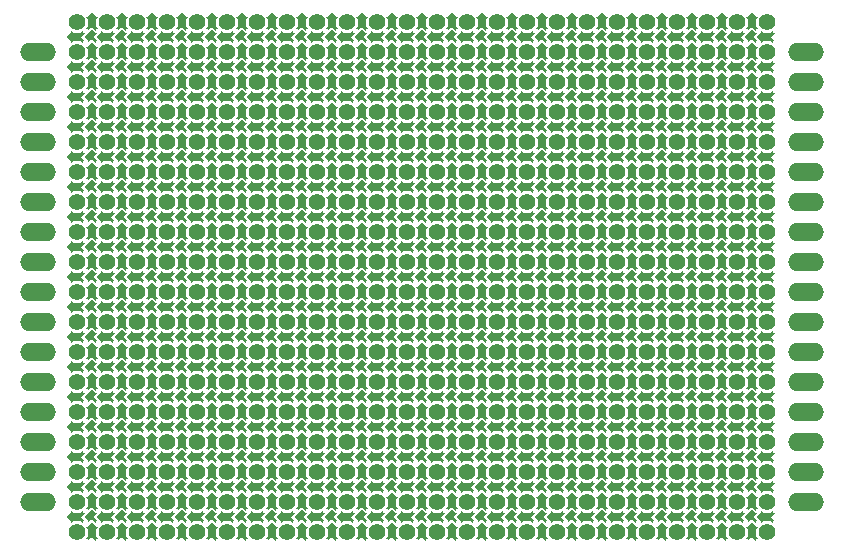
<source format=gbr>
G04 #@! TF.GenerationSoftware,KiCad,Pcbnew,9.0.1*
G04 #@! TF.CreationDate,2025-05-07T00:14:45-04:00*
G04 #@! TF.ProjectId,matrix-protoboard_18x24,6d617472-6978-42d7-9072-6f746f626f61,rev?*
G04 #@! TF.SameCoordinates,Original*
G04 #@! TF.FileFunction,Copper,L1,Top*
G04 #@! TF.FilePolarity,Positive*
%FSLAX46Y46*%
G04 Gerber Fmt 4.6, Leading zero omitted, Abs format (unit mm)*
G04 Created by KiCad (PCBNEW 9.0.1) date 2025-05-07 00:14:45*
%MOMM*%
%LPD*%
G01*
G04 APERTURE LIST*
G04 Aperture macros list*
%AMFreePoly0*
4,1,38,0.000354,0.765354,0.325208,0.440500,0.550000,0.440500,0.550354,0.440354,0.550500,0.440000,0.550354,0.439646,0.350500,0.239792,0.350500,-0.359792,0.550354,-0.559646,0.550500,-0.560000,0.550354,-0.560354,0.550000,-0.560500,0.338500,-0.560500,0.338500,-0.763000,0.338354,-0.763354,0.338000,-0.763500,0.337646,-0.763354,-0.000208,-0.425500,-0.009792,-0.425500,-0.347646,-0.763354,
-0.348000,-0.763500,-0.348354,-0.763354,-0.348500,-0.763000,-0.348500,-0.560500,-0.550000,-0.560500,-0.550354,-0.560354,-0.550500,-0.560000,-0.550354,-0.559646,-0.350500,-0.359792,-0.350500,0.239792,-0.550354,0.439646,-0.550500,0.440000,-0.550354,0.440354,-0.550000,0.440500,-0.325208,0.440500,-0.000354,0.765354,0.000000,0.765500,0.000354,0.765354,0.000354,0.765354,$1*%
%AMFreePoly1*
4,1,28,0.060354,0.560354,0.357208,0.263500,0.583000,0.263500,0.583354,0.263354,0.583500,0.263000,0.583354,0.262646,0.235708,-0.085000,0.582354,-0.431646,0.582500,-0.432000,0.582354,-0.432354,0.582000,-0.432500,0.407500,-0.432500,0.407500,-0.607000,0.407354,-0.607354,0.407000,-0.607500,0.406646,-0.607354,0.060000,-0.260708,-0.287646,-0.608354,-0.288000,-0.608500,-0.288354,-0.608354,
-0.288500,-0.608000,-0.288500,-0.382208,-0.585354,-0.085354,-0.585500,-0.085000,-0.585354,-0.084646,0.059646,0.560354,0.060000,0.560500,0.060354,0.560354,0.060354,0.560354,$1*%
G04 Aperture macros list end*
G04 #@! TA.AperFunction,SMDPad,CuDef*
%ADD10FreePoly0,0.000000*%
G04 #@! TD*
G04 #@! TA.AperFunction,ComponentPad*
%ADD11C,1.400000*%
G04 #@! TD*
G04 #@! TA.AperFunction,SMDPad,CuDef*
%ADD12FreePoly0,90.000000*%
G04 #@! TD*
G04 #@! TA.AperFunction,SMDPad,CuDef*
%ADD13FreePoly1,0.000000*%
G04 #@! TD*
G04 #@! TA.AperFunction,SMDPad,CuDef*
%ADD14O,3.048000X1.524000*%
G04 #@! TD*
G04 APERTURE END LIST*
D10*
X120550000Y-111790000D03*
D11*
X98960000Y-83910000D03*
D10*
X95150000Y-71150000D03*
D12*
X91280000Y-82640000D03*
D11*
X111660000Y-101690000D03*
D12*
X131920000Y-97880000D03*
D13*
X97630000Y-77475000D03*
D12*
X96360000Y-100420000D03*
D14*
X145442000Y-73740000D03*
D11*
X116740000Y-81370000D03*
D13*
X138270000Y-97795000D03*
D11*
X96420000Y-83910000D03*
D12*
X106520000Y-87720000D03*
X126840000Y-108040000D03*
D13*
X128110000Y-100335000D03*
D11*
X91340000Y-76290000D03*
X104040000Y-106770000D03*
D13*
X87470000Y-95255000D03*
D11*
X83720000Y-106770000D03*
X111660000Y-68670000D03*
D10*
X97690000Y-106710000D03*
D13*
X133190000Y-77475000D03*
D12*
X88740000Y-82640000D03*
X111600000Y-72480000D03*
D11*
X91340000Y-71210000D03*
D12*
X83660000Y-69940000D03*
D11*
X111660000Y-83910000D03*
X93880000Y-111850000D03*
D13*
X110330000Y-102875000D03*
D10*
X125630000Y-86390000D03*
D13*
X105250000Y-85095000D03*
D11*
X91340000Y-78830000D03*
D10*
X138330000Y-76230000D03*
D11*
X126900000Y-99150000D03*
D10*
X92610000Y-76230000D03*
D12*
X111600000Y-80100000D03*
D11*
X131980000Y-96610000D03*
D10*
X130710000Y-71150000D03*
X95150000Y-101630000D03*
D13*
X87470000Y-69855000D03*
D11*
X129440000Y-91530000D03*
D12*
X86200000Y-75020000D03*
D11*
X111660000Y-86450000D03*
D13*
X125570000Y-100335000D03*
D10*
X110390000Y-104170000D03*
X105310000Y-94010000D03*
D13*
X115410000Y-107955000D03*
D11*
X101500000Y-101690000D03*
D12*
X114140000Y-102960000D03*
X129380000Y-97880000D03*
D10*
X107850000Y-81310000D03*
D13*
X115410000Y-85095000D03*
D11*
X91340000Y-73750000D03*
D10*
X105310000Y-96550000D03*
D13*
X125570000Y-72395000D03*
D10*
X87530000Y-99090000D03*
X112930000Y-83850000D03*
D12*
X93820000Y-69940000D03*
X126840000Y-85180000D03*
D10*
X138330000Y-106710000D03*
D11*
X106580000Y-86450000D03*
D13*
X130650000Y-95255000D03*
X102710000Y-95255000D03*
X117950000Y-77475000D03*
D12*
X106520000Y-77560000D03*
D14*
X80418000Y-104220000D03*
D12*
X129380000Y-77560000D03*
D13*
X125570000Y-102875000D03*
D12*
X93820000Y-75020000D03*
D13*
X120490000Y-105415000D03*
D11*
X93880000Y-68670000D03*
D12*
X142080000Y-110580000D03*
X121760000Y-80100000D03*
D10*
X84990000Y-86390000D03*
X140870000Y-91470000D03*
D11*
X86260000Y-101690000D03*
X139600000Y-96610000D03*
D12*
X121760000Y-75020000D03*
X98900000Y-77560000D03*
D10*
X97690000Y-73690000D03*
X84990000Y-91470000D03*
D12*
X96360000Y-69940000D03*
D13*
X100170000Y-105415000D03*
D12*
X124300000Y-100420000D03*
D13*
X105250000Y-90175000D03*
D10*
X84990000Y-94010000D03*
D12*
X91280000Y-87720000D03*
D13*
X95090000Y-74935000D03*
D12*
X129380000Y-82640000D03*
D11*
X86260000Y-111850000D03*
X93880000Y-86450000D03*
X83720000Y-96610000D03*
D12*
X121760000Y-77560000D03*
X139540000Y-69940000D03*
D13*
X140810000Y-110495000D03*
D11*
X126900000Y-111850000D03*
D10*
X140870000Y-101630000D03*
D12*
X114140000Y-85180000D03*
D13*
X128110000Y-90175000D03*
D12*
X119220000Y-90260000D03*
D10*
X107850000Y-111790000D03*
D11*
X96420000Y-109310000D03*
D13*
X120490000Y-90175000D03*
X120490000Y-82555000D03*
X105250000Y-105415000D03*
X110330000Y-80015000D03*
D11*
X106580000Y-81370000D03*
D10*
X90070000Y-83850000D03*
X120550000Y-104170000D03*
D11*
X126900000Y-81370000D03*
D10*
X128170000Y-111790000D03*
X97690000Y-99090000D03*
D12*
X111600000Y-75020000D03*
D10*
X123090000Y-94010000D03*
D12*
X124300000Y-75020000D03*
D11*
X121820000Y-96610000D03*
X124360000Y-83910000D03*
D10*
X84990000Y-99090000D03*
D12*
X124300000Y-82640000D03*
X129380000Y-87720000D03*
D11*
X101500000Y-104230000D03*
D10*
X105310000Y-83850000D03*
X102770000Y-73690000D03*
D11*
X106580000Y-73750000D03*
D10*
X118010000Y-78770000D03*
D12*
X98900000Y-87720000D03*
D13*
X135730000Y-74935000D03*
D10*
X138330000Y-86390000D03*
D13*
X128110000Y-72395000D03*
X105250000Y-100335000D03*
D10*
X84990000Y-109250000D03*
X112930000Y-96550000D03*
D12*
X83660000Y-110580000D03*
X126840000Y-110580000D03*
D10*
X118010000Y-81310000D03*
D12*
X131920000Y-95340000D03*
D11*
X137060000Y-68670000D03*
X131980000Y-104230000D03*
D10*
X87530000Y-73690000D03*
X133250000Y-99090000D03*
D12*
X137000000Y-77560000D03*
D13*
X100170000Y-107955000D03*
D11*
X114200000Y-96610000D03*
D12*
X106520000Y-105500000D03*
D11*
X83720000Y-104230000D03*
D13*
X92550000Y-100335000D03*
D10*
X135790000Y-83850000D03*
X115470000Y-76230000D03*
D13*
X115410000Y-74935000D03*
D11*
X93880000Y-88990000D03*
D10*
X140870000Y-111790000D03*
D13*
X120490000Y-87635000D03*
X112870000Y-77475000D03*
D10*
X97690000Y-111790000D03*
X105310000Y-71150000D03*
D12*
X88740000Y-87720000D03*
D11*
X91340000Y-86450000D03*
D12*
X116680000Y-82640000D03*
X134460000Y-97880000D03*
D11*
X139600000Y-99150000D03*
D12*
X101440000Y-110580000D03*
D13*
X117950000Y-107955000D03*
D10*
X118010000Y-94010000D03*
D12*
X109060000Y-77560000D03*
X131920000Y-75020000D03*
D10*
X123090000Y-71150000D03*
D11*
X116740000Y-109310000D03*
D10*
X115470000Y-99090000D03*
D12*
X111600000Y-102960000D03*
D10*
X133250000Y-91470000D03*
D14*
X145442000Y-86440000D03*
D11*
X126900000Y-109310000D03*
D12*
X91280000Y-72480000D03*
D11*
X142140000Y-73750000D03*
D13*
X87470000Y-102875000D03*
D11*
X106580000Y-94070000D03*
D14*
X80418000Y-76280000D03*
D12*
X86200000Y-95340000D03*
D10*
X92610000Y-88930000D03*
D12*
X98900000Y-80100000D03*
X106520000Y-80100000D03*
X111600000Y-87720000D03*
X142080000Y-97880000D03*
X116680000Y-105500000D03*
D10*
X115470000Y-86390000D03*
X118010000Y-109250000D03*
X138330000Y-71150000D03*
D12*
X131920000Y-90260000D03*
D13*
X84930000Y-97795000D03*
X95090000Y-107955000D03*
D10*
X112930000Y-106710000D03*
D11*
X116740000Y-91530000D03*
D12*
X134460000Y-92800000D03*
D11*
X142140000Y-104230000D03*
D12*
X106520000Y-100420000D03*
X119220000Y-108040000D03*
D11*
X106580000Y-99150000D03*
D10*
X102770000Y-106710000D03*
D13*
X123030000Y-72395000D03*
D11*
X109120000Y-104230000D03*
X129440000Y-83910000D03*
X114200000Y-91530000D03*
D10*
X102770000Y-81310000D03*
X110390000Y-83850000D03*
D11*
X86260000Y-96610000D03*
D12*
X131920000Y-108040000D03*
D10*
X128170000Y-73690000D03*
D14*
X145442000Y-101680000D03*
D11*
X131980000Y-76290000D03*
X131980000Y-99150000D03*
D10*
X92610000Y-91470000D03*
D13*
X97630000Y-92715000D03*
D11*
X91340000Y-96610000D03*
X98960000Y-106770000D03*
D10*
X95150000Y-68610000D03*
D12*
X96360000Y-105500000D03*
D10*
X95150000Y-96550000D03*
D13*
X110330000Y-92715000D03*
D12*
X91280000Y-69940000D03*
D11*
X96420000Y-91530000D03*
X96420000Y-68670000D03*
X119280000Y-83910000D03*
D12*
X116680000Y-72480000D03*
D10*
X120550000Y-71150000D03*
D13*
X87470000Y-72395000D03*
D12*
X131920000Y-82640000D03*
D10*
X110390000Y-94010000D03*
X107850000Y-88930000D03*
D13*
X123030000Y-85095000D03*
D11*
X104040000Y-71210000D03*
D13*
X84930000Y-105415000D03*
D12*
X124300000Y-85180000D03*
X119220000Y-97880000D03*
D13*
X138270000Y-92715000D03*
D11*
X83720000Y-83910000D03*
X129440000Y-99150000D03*
D13*
X102710000Y-102875000D03*
D10*
X120550000Y-96550000D03*
D12*
X111600000Y-97880000D03*
D11*
X104040000Y-73750000D03*
X109120000Y-81370000D03*
D12*
X137000000Y-90260000D03*
D13*
X107790000Y-87635000D03*
D11*
X114200000Y-99150000D03*
D10*
X118010000Y-71150000D03*
D12*
X93820000Y-97880000D03*
D10*
X95150000Y-99090000D03*
D11*
X124360000Y-73750000D03*
D12*
X101440000Y-108040000D03*
X142080000Y-85180000D03*
D13*
X110330000Y-95255000D03*
X107790000Y-69855000D03*
X140810000Y-74935000D03*
D11*
X98960000Y-68670000D03*
X142140000Y-109310000D03*
D13*
X135730000Y-107955000D03*
D10*
X118010000Y-96550000D03*
D13*
X120490000Y-107955000D03*
X97630000Y-100335000D03*
D10*
X112930000Y-99090000D03*
D12*
X98900000Y-102960000D03*
D13*
X107790000Y-107955000D03*
D10*
X135790000Y-99090000D03*
X87530000Y-111790000D03*
D11*
X121820000Y-106770000D03*
X114200000Y-101690000D03*
D10*
X130710000Y-106710000D03*
X107850000Y-76230000D03*
D12*
X142080000Y-95340000D03*
X86200000Y-80100000D03*
D11*
X119280000Y-99150000D03*
D12*
X139540000Y-105500000D03*
D10*
X105310000Y-73690000D03*
D13*
X128110000Y-92715000D03*
D10*
X102770000Y-109250000D03*
X87530000Y-109250000D03*
X107850000Y-73690000D03*
D11*
X129440000Y-96610000D03*
D10*
X102770000Y-99090000D03*
X123090000Y-106710000D03*
D12*
X124300000Y-108040000D03*
D13*
X105250000Y-77475000D03*
D12*
X101440000Y-95340000D03*
X116680000Y-90260000D03*
X98900000Y-85180000D03*
D13*
X92550000Y-97795000D03*
X107790000Y-74935000D03*
D10*
X128170000Y-101630000D03*
X120550000Y-91470000D03*
D11*
X101500000Y-83910000D03*
D10*
X125630000Y-78770000D03*
D12*
X131920000Y-105500000D03*
X103980000Y-100420000D03*
D11*
X137060000Y-104230000D03*
X142140000Y-94070000D03*
X91340000Y-106770000D03*
D10*
X92610000Y-86390000D03*
D11*
X142140000Y-88990000D03*
X111660000Y-104230000D03*
D10*
X140870000Y-99090000D03*
D13*
X95090000Y-87635000D03*
X138270000Y-110495000D03*
D12*
X91280000Y-75020000D03*
D13*
X138270000Y-72395000D03*
X135730000Y-87635000D03*
D10*
X120550000Y-78770000D03*
D12*
X139540000Y-95340000D03*
X103980000Y-80100000D03*
X101440000Y-87720000D03*
X126840000Y-80100000D03*
D11*
X139600000Y-78830000D03*
D13*
X87470000Y-100335000D03*
X84930000Y-95255000D03*
D12*
X131920000Y-87720000D03*
X109060000Y-85180000D03*
D11*
X126900000Y-71210000D03*
D10*
X87530000Y-71150000D03*
D12*
X98900000Y-82640000D03*
X106520000Y-90260000D03*
X114140000Y-72480000D03*
D13*
X125570000Y-107955000D03*
D11*
X101500000Y-111850000D03*
D10*
X125630000Y-96550000D03*
D12*
X116680000Y-80100000D03*
D13*
X115410000Y-87635000D03*
D12*
X114140000Y-75020000D03*
D10*
X128170000Y-86390000D03*
D11*
X104040000Y-76290000D03*
D13*
X123030000Y-80015000D03*
D11*
X83720000Y-86450000D03*
X116740000Y-99150000D03*
X119280000Y-101690000D03*
D12*
X91280000Y-90260000D03*
D11*
X137060000Y-106770000D03*
D10*
X135790000Y-101630000D03*
D13*
X100170000Y-72395000D03*
D11*
X111660000Y-96610000D03*
X91340000Y-101690000D03*
D10*
X110390000Y-96550000D03*
D11*
X93880000Y-101690000D03*
D13*
X102710000Y-80015000D03*
X138270000Y-77475000D03*
D11*
X119280000Y-71210000D03*
D10*
X112930000Y-86390000D03*
D14*
X80418000Y-96600000D03*
D10*
X95150000Y-86390000D03*
D12*
X139540000Y-97880000D03*
D10*
X115470000Y-83850000D03*
X84990000Y-88930000D03*
D13*
X84930000Y-92715000D03*
D10*
X140870000Y-94010000D03*
D12*
X98900000Y-75020000D03*
D13*
X117950000Y-95255000D03*
D10*
X105310000Y-68610000D03*
X125630000Y-104170000D03*
X92610000Y-73690000D03*
D13*
X84930000Y-102875000D03*
D12*
X88740000Y-69940000D03*
D10*
X133250000Y-71150000D03*
D13*
X100170000Y-80015000D03*
D10*
X112930000Y-91470000D03*
D11*
X98960000Y-91530000D03*
D12*
X139540000Y-90260000D03*
D10*
X140870000Y-78770000D03*
D12*
X86200000Y-105500000D03*
D14*
X80418000Y-71200000D03*
D13*
X90010000Y-80015000D03*
D12*
X116680000Y-92800000D03*
X88740000Y-90260000D03*
X134460000Y-100420000D03*
D13*
X97630000Y-97795000D03*
D11*
X111660000Y-99150000D03*
D10*
X123090000Y-109250000D03*
D11*
X137060000Y-94070000D03*
D10*
X125630000Y-101630000D03*
D12*
X88740000Y-72480000D03*
D11*
X111660000Y-94070000D03*
D10*
X92610000Y-81310000D03*
D11*
X137060000Y-86450000D03*
X106580000Y-71210000D03*
D12*
X91280000Y-97880000D03*
D13*
X90010000Y-87635000D03*
D10*
X107850000Y-94010000D03*
D13*
X117950000Y-97795000D03*
X90010000Y-95255000D03*
D11*
X116740000Y-83910000D03*
D13*
X112870000Y-95255000D03*
D12*
X98900000Y-105500000D03*
D11*
X131980000Y-71210000D03*
D13*
X100170000Y-92715000D03*
D11*
X96420000Y-73750000D03*
D10*
X105310000Y-78770000D03*
X110390000Y-73690000D03*
X120550000Y-109250000D03*
D12*
X142080000Y-82640000D03*
D10*
X125630000Y-109250000D03*
X92610000Y-109250000D03*
X84990000Y-96550000D03*
D11*
X91340000Y-91530000D03*
D13*
X97630000Y-105415000D03*
D12*
X96360000Y-77560000D03*
D11*
X98960000Y-94070000D03*
D10*
X90070000Y-81310000D03*
X107850000Y-109250000D03*
D12*
X96360000Y-110580000D03*
D13*
X133190000Y-92715000D03*
X87470000Y-92715000D03*
D10*
X100230000Y-96550000D03*
X130710000Y-111790000D03*
D13*
X110330000Y-82555000D03*
D11*
X119280000Y-76290000D03*
D13*
X107790000Y-77475000D03*
D11*
X126900000Y-101690000D03*
D13*
X117950000Y-82555000D03*
X130650000Y-105415000D03*
D10*
X125630000Y-111790000D03*
D12*
X91280000Y-102960000D03*
X124300000Y-87720000D03*
X131920000Y-72480000D03*
D13*
X117950000Y-87635000D03*
D10*
X130710000Y-91470000D03*
D11*
X98960000Y-71210000D03*
D13*
X92550000Y-95255000D03*
D11*
X109120000Y-78830000D03*
D10*
X90070000Y-86390000D03*
D13*
X135730000Y-102875000D03*
D10*
X115470000Y-106710000D03*
D12*
X114140000Y-90260000D03*
D11*
X88800000Y-68670000D03*
D10*
X135790000Y-109250000D03*
X140870000Y-104170000D03*
D11*
X139600000Y-86450000D03*
D12*
X96360000Y-92800000D03*
D10*
X105310000Y-76230000D03*
X97690000Y-76230000D03*
D13*
X125570000Y-97795000D03*
D11*
X142140000Y-71210000D03*
D12*
X129380000Y-102960000D03*
X86200000Y-82640000D03*
X121760000Y-105500000D03*
D11*
X106580000Y-111850000D03*
D12*
X103980000Y-77560000D03*
D13*
X133190000Y-95255000D03*
D12*
X98900000Y-95340000D03*
X91280000Y-100420000D03*
D14*
X80418000Y-81360000D03*
D11*
X139600000Y-91530000D03*
D13*
X130650000Y-72395000D03*
X125570000Y-74935000D03*
D10*
X135790000Y-86390000D03*
D12*
X83660000Y-90260000D03*
D11*
X121820000Y-109310000D03*
X83720000Y-73750000D03*
D12*
X111600000Y-105500000D03*
X93820000Y-77560000D03*
D11*
X104040000Y-68670000D03*
X88800000Y-109310000D03*
D10*
X140870000Y-88930000D03*
D11*
X101500000Y-109310000D03*
X134520000Y-68670000D03*
D12*
X139540000Y-82640000D03*
X134460000Y-87720000D03*
D14*
X80418000Y-88980000D03*
D11*
X109120000Y-68670000D03*
D13*
X107790000Y-72395000D03*
D10*
X123090000Y-104170000D03*
D11*
X129440000Y-94070000D03*
X134520000Y-71210000D03*
X137060000Y-81370000D03*
D13*
X87470000Y-110495000D03*
D12*
X116680000Y-97880000D03*
D13*
X112870000Y-97795000D03*
D10*
X115470000Y-111790000D03*
D11*
X111660000Y-73750000D03*
D12*
X103980000Y-85180000D03*
X98900000Y-100420000D03*
D11*
X129440000Y-73750000D03*
D12*
X93820000Y-102960000D03*
D13*
X125570000Y-80015000D03*
D11*
X114200000Y-106770000D03*
D12*
X119220000Y-95340000D03*
D11*
X114200000Y-71210000D03*
D12*
X121760000Y-87720000D03*
X114140000Y-87720000D03*
X88740000Y-75020000D03*
X121760000Y-110580000D03*
D13*
X128110000Y-87635000D03*
X90010000Y-105415000D03*
D11*
X142140000Y-106770000D03*
D10*
X112930000Y-71150000D03*
D12*
X109060000Y-102960000D03*
D10*
X138330000Y-73690000D03*
D12*
X88740000Y-77560000D03*
D11*
X111660000Y-78830000D03*
X142140000Y-68670000D03*
D13*
X92550000Y-107955000D03*
X100170000Y-85095000D03*
D11*
X116740000Y-73750000D03*
D12*
X103980000Y-69940000D03*
D10*
X110390000Y-101630000D03*
D12*
X116680000Y-85180000D03*
D10*
X100230000Y-86390000D03*
D13*
X125570000Y-85095000D03*
D11*
X139600000Y-88990000D03*
D12*
X109060000Y-110580000D03*
D10*
X125630000Y-68610000D03*
D13*
X105250000Y-95255000D03*
D12*
X86200000Y-100420000D03*
X101440000Y-105500000D03*
D11*
X101500000Y-106770000D03*
D12*
X126840000Y-102960000D03*
D10*
X97690000Y-83850000D03*
D13*
X97630000Y-69855000D03*
D11*
X111660000Y-106770000D03*
D10*
X133250000Y-73690000D03*
D11*
X124360000Y-104230000D03*
D10*
X133250000Y-109250000D03*
D11*
X139600000Y-101690000D03*
D12*
X134460000Y-90260000D03*
D13*
X97630000Y-72395000D03*
D10*
X118010000Y-73690000D03*
X110390000Y-76230000D03*
X95150000Y-106710000D03*
X95150000Y-111790000D03*
D12*
X114140000Y-80100000D03*
D13*
X112870000Y-82555000D03*
X138270000Y-105415000D03*
D12*
X101440000Y-69940000D03*
X142080000Y-108040000D03*
X142080000Y-80100000D03*
D10*
X115470000Y-91470000D03*
X115470000Y-88930000D03*
X84990000Y-73690000D03*
D13*
X97630000Y-87635000D03*
D12*
X109060000Y-90260000D03*
D11*
X129440000Y-78830000D03*
D13*
X112870000Y-74935000D03*
X133190000Y-100335000D03*
X125570000Y-77475000D03*
D11*
X139600000Y-106770000D03*
X88800000Y-78830000D03*
X88800000Y-91530000D03*
D13*
X128110000Y-97795000D03*
D11*
X104040000Y-78830000D03*
X96420000Y-94070000D03*
X142140000Y-91530000D03*
X116740000Y-104230000D03*
D10*
X112930000Y-78770000D03*
D14*
X145442000Y-91520000D03*
D10*
X130710000Y-83850000D03*
X115470000Y-68610000D03*
D11*
X93880000Y-94070000D03*
X114200000Y-88990000D03*
X104040000Y-104230000D03*
D13*
X95090000Y-77475000D03*
X133190000Y-72395000D03*
X117950000Y-105415000D03*
D12*
X126840000Y-92800000D03*
D13*
X105250000Y-80015000D03*
D10*
X102770000Y-94010000D03*
X95150000Y-109250000D03*
D12*
X103980000Y-90260000D03*
D13*
X90010000Y-77475000D03*
X84930000Y-90175000D03*
D10*
X123090000Y-86390000D03*
D13*
X100170000Y-74935000D03*
X105250000Y-69855000D03*
D11*
X126900000Y-76290000D03*
D13*
X102710000Y-110495000D03*
D10*
X105310000Y-109250000D03*
D11*
X139600000Y-83910000D03*
X121820000Y-111850000D03*
X121820000Y-81370000D03*
X134520000Y-94070000D03*
D13*
X125570000Y-90175000D03*
X123030000Y-100335000D03*
X105250000Y-74935000D03*
D10*
X102770000Y-68610000D03*
D12*
X101440000Y-85180000D03*
D14*
X80418000Y-83900000D03*
D11*
X111660000Y-76290000D03*
D10*
X107850000Y-96550000D03*
D12*
X137000000Y-110580000D03*
X139540000Y-72480000D03*
X83660000Y-97880000D03*
X96360000Y-90260000D03*
X142080000Y-100420000D03*
D10*
X133250000Y-81310000D03*
D12*
X121760000Y-82640000D03*
D13*
X90010000Y-100335000D03*
X100170000Y-90175000D03*
D12*
X86200000Y-97880000D03*
D10*
X102770000Y-76230000D03*
D12*
X111600000Y-108040000D03*
D11*
X83720000Y-71210000D03*
X142140000Y-101690000D03*
D13*
X135730000Y-82555000D03*
D11*
X126900000Y-94070000D03*
X119280000Y-88990000D03*
D10*
X97690000Y-88930000D03*
D13*
X92550000Y-92715000D03*
D11*
X121820000Y-73750000D03*
X88800000Y-94070000D03*
X101500000Y-99150000D03*
D10*
X102770000Y-83850000D03*
D12*
X139540000Y-92800000D03*
D11*
X83720000Y-78830000D03*
D12*
X126840000Y-72480000D03*
D10*
X95150000Y-91470000D03*
D12*
X86200000Y-108040000D03*
D11*
X124360000Y-86450000D03*
D10*
X102770000Y-88930000D03*
D13*
X110330000Y-105415000D03*
D12*
X121760000Y-100420000D03*
X83660000Y-77560000D03*
D13*
X95090000Y-85095000D03*
D10*
X84990000Y-68610000D03*
D11*
X86260000Y-83910000D03*
D13*
X110330000Y-72395000D03*
X84930000Y-74935000D03*
D11*
X139600000Y-81370000D03*
D10*
X135790000Y-78770000D03*
D14*
X145442000Y-88980000D03*
D13*
X90010000Y-85095000D03*
D10*
X112930000Y-81310000D03*
D12*
X88740000Y-80100000D03*
D11*
X83720000Y-111850000D03*
X96420000Y-111850000D03*
X124360000Y-111850000D03*
D10*
X97690000Y-86390000D03*
D12*
X114140000Y-77560000D03*
X106520000Y-72480000D03*
X96360000Y-87720000D03*
D13*
X140810000Y-87635000D03*
D12*
X91280000Y-85180000D03*
D11*
X88800000Y-83910000D03*
D13*
X95090000Y-80015000D03*
X130650000Y-102875000D03*
D11*
X131980000Y-88990000D03*
X93880000Y-104230000D03*
D12*
X119220000Y-75020000D03*
X137000000Y-75020000D03*
D13*
X120490000Y-100335000D03*
X128110000Y-102875000D03*
X125570000Y-82555000D03*
D11*
X114200000Y-111850000D03*
D12*
X106520000Y-95340000D03*
D11*
X134520000Y-83910000D03*
X126900000Y-96610000D03*
X83720000Y-81370000D03*
D13*
X92550000Y-74935000D03*
D10*
X95150000Y-94010000D03*
D12*
X134460000Y-77560000D03*
X121760000Y-90260000D03*
D13*
X117950000Y-74935000D03*
D12*
X114140000Y-108040000D03*
D11*
X134520000Y-78830000D03*
D13*
X102710000Y-90175000D03*
D12*
X124300000Y-72480000D03*
D11*
X131980000Y-106770000D03*
D10*
X100230000Y-68610000D03*
D11*
X134520000Y-88990000D03*
D10*
X133250000Y-96550000D03*
D13*
X120490000Y-92715000D03*
D12*
X93820000Y-95340000D03*
D13*
X97630000Y-95255000D03*
D11*
X142140000Y-83910000D03*
D12*
X96360000Y-95340000D03*
D13*
X92550000Y-85095000D03*
D10*
X110390000Y-111790000D03*
D13*
X100170000Y-110495000D03*
D11*
X101500000Y-76290000D03*
D10*
X138330000Y-68610000D03*
D13*
X100170000Y-87635000D03*
D12*
X137000000Y-97880000D03*
D11*
X134520000Y-111850000D03*
D12*
X124300000Y-105500000D03*
D11*
X106580000Y-96610000D03*
D12*
X126840000Y-90260000D03*
D13*
X138270000Y-80015000D03*
D10*
X133250000Y-86390000D03*
D13*
X102710000Y-97795000D03*
D12*
X109060000Y-69940000D03*
D11*
X134520000Y-86450000D03*
D13*
X84930000Y-82555000D03*
X130650000Y-85095000D03*
D11*
X96420000Y-88990000D03*
X101500000Y-78830000D03*
D10*
X130710000Y-81310000D03*
X112930000Y-101630000D03*
D13*
X90010000Y-74935000D03*
D11*
X124360000Y-76290000D03*
D10*
X138330000Y-81310000D03*
D11*
X86260000Y-109310000D03*
D13*
X107790000Y-97795000D03*
D12*
X131920000Y-85180000D03*
D10*
X102770000Y-86390000D03*
D14*
X80418000Y-99140000D03*
D11*
X88800000Y-111850000D03*
D10*
X90070000Y-78770000D03*
X125630000Y-106710000D03*
D11*
X139600000Y-71210000D03*
D12*
X131920000Y-77560000D03*
X111600000Y-77560000D03*
X101440000Y-102960000D03*
D13*
X112870000Y-110495000D03*
D12*
X83660000Y-92800000D03*
D10*
X128170000Y-68610000D03*
D12*
X83660000Y-75020000D03*
D11*
X101500000Y-71210000D03*
D13*
X110330000Y-87635000D03*
D10*
X133250000Y-94010000D03*
X100230000Y-111790000D03*
D12*
X126840000Y-87720000D03*
D10*
X115470000Y-73690000D03*
X97690000Y-91470000D03*
D11*
X134520000Y-99150000D03*
D13*
X95090000Y-97795000D03*
D10*
X102770000Y-104170000D03*
X87530000Y-101630000D03*
D12*
X86200000Y-85180000D03*
D11*
X134520000Y-106770000D03*
D10*
X90070000Y-96550000D03*
D12*
X134460000Y-75020000D03*
D11*
X137060000Y-99150000D03*
X116740000Y-76290000D03*
D10*
X135790000Y-81310000D03*
D13*
X107790000Y-82555000D03*
D12*
X134460000Y-110580000D03*
D11*
X114200000Y-86450000D03*
X124360000Y-106770000D03*
X101500000Y-81370000D03*
D12*
X134460000Y-102960000D03*
D10*
X95150000Y-104170000D03*
D13*
X120490000Y-80015000D03*
D11*
X109120000Y-109310000D03*
D12*
X83660000Y-102960000D03*
X116680000Y-102960000D03*
D13*
X115410000Y-72395000D03*
D10*
X140870000Y-109250000D03*
D12*
X139540000Y-87720000D03*
D13*
X105250000Y-97795000D03*
D11*
X134520000Y-101690000D03*
D13*
X135730000Y-100335000D03*
D10*
X110390000Y-86390000D03*
D11*
X83720000Y-94070000D03*
X129440000Y-101690000D03*
D10*
X138330000Y-111790000D03*
D11*
X131980000Y-83910000D03*
D10*
X125630000Y-71150000D03*
D11*
X96420000Y-106770000D03*
X104040000Y-88990000D03*
D13*
X112870000Y-102875000D03*
X110330000Y-74935000D03*
D11*
X101500000Y-96610000D03*
D13*
X117950000Y-92715000D03*
D11*
X83720000Y-101690000D03*
D13*
X84930000Y-110495000D03*
X128110000Y-74935000D03*
X135730000Y-92715000D03*
X115410000Y-90175000D03*
X130650000Y-74935000D03*
D10*
X120550000Y-106710000D03*
X92610000Y-96550000D03*
X100230000Y-76230000D03*
D12*
X137000000Y-102960000D03*
D11*
X86260000Y-91530000D03*
X86260000Y-73750000D03*
D13*
X120490000Y-97795000D03*
X138270000Y-95255000D03*
X135730000Y-97795000D03*
D12*
X124300000Y-97880000D03*
D10*
X115470000Y-101630000D03*
D12*
X91280000Y-95340000D03*
D13*
X115410000Y-80015000D03*
X87470000Y-77475000D03*
D12*
X111600000Y-69940000D03*
X101440000Y-77560000D03*
X83660000Y-85180000D03*
D10*
X130710000Y-88930000D03*
D11*
X139600000Y-111850000D03*
D12*
X129380000Y-90260000D03*
X116680000Y-69940000D03*
X131920000Y-102960000D03*
D13*
X110330000Y-97795000D03*
D12*
X98900000Y-90260000D03*
D13*
X133190000Y-82555000D03*
D11*
X114200000Y-81370000D03*
D12*
X98900000Y-69940000D03*
D11*
X116740000Y-78830000D03*
D13*
X90010000Y-110495000D03*
D11*
X131980000Y-81370000D03*
D10*
X100230000Y-83850000D03*
D11*
X109120000Y-99150000D03*
D13*
X117950000Y-72395000D03*
D10*
X125630000Y-76230000D03*
X133250000Y-106710000D03*
D12*
X101440000Y-80100000D03*
D10*
X123090000Y-78770000D03*
D14*
X145442000Y-94060000D03*
D10*
X100230000Y-109250000D03*
D14*
X145442000Y-109300000D03*
D11*
X91340000Y-88990000D03*
X124360000Y-99150000D03*
D10*
X112930000Y-104170000D03*
D11*
X96420000Y-99150000D03*
D10*
X84990000Y-81310000D03*
D11*
X93880000Y-91530000D03*
D12*
X88740000Y-108040000D03*
D10*
X110390000Y-78770000D03*
D13*
X107790000Y-105415000D03*
X115410000Y-105415000D03*
D11*
X124360000Y-88990000D03*
D12*
X119220000Y-77560000D03*
X142080000Y-90260000D03*
D11*
X93880000Y-81370000D03*
D10*
X123090000Y-73690000D03*
D11*
X131980000Y-73750000D03*
X121820000Y-83910000D03*
D13*
X130650000Y-80015000D03*
X92550000Y-102875000D03*
X92550000Y-69855000D03*
D11*
X137060000Y-96610000D03*
D12*
X101440000Y-72480000D03*
D10*
X130710000Y-109250000D03*
D12*
X129380000Y-92800000D03*
D13*
X95090000Y-82555000D03*
X112870000Y-69855000D03*
D11*
X114200000Y-109310000D03*
D10*
X95150000Y-81310000D03*
D12*
X137000000Y-92800000D03*
X142080000Y-102960000D03*
D10*
X135790000Y-73690000D03*
D11*
X86260000Y-81370000D03*
D13*
X97630000Y-74935000D03*
D10*
X123090000Y-81310000D03*
X123090000Y-96550000D03*
D12*
X131920000Y-69940000D03*
D13*
X128110000Y-95255000D03*
D12*
X129380000Y-105500000D03*
D11*
X106580000Y-68670000D03*
D13*
X97630000Y-110495000D03*
D10*
X125630000Y-81310000D03*
D12*
X111600000Y-100420000D03*
D13*
X100170000Y-82555000D03*
D10*
X115470000Y-96550000D03*
D11*
X111660000Y-109310000D03*
D12*
X88740000Y-110580000D03*
X101440000Y-75020000D03*
D11*
X86260000Y-99150000D03*
D13*
X112870000Y-92715000D03*
D12*
X119220000Y-105500000D03*
D10*
X87530000Y-68610000D03*
X120550000Y-73690000D03*
D11*
X126900000Y-78830000D03*
X96420000Y-78830000D03*
X104040000Y-83910000D03*
D10*
X130710000Y-78770000D03*
D12*
X103980000Y-72480000D03*
D11*
X98960000Y-73750000D03*
D12*
X93820000Y-110580000D03*
D10*
X105310000Y-104170000D03*
D13*
X95090000Y-105415000D03*
X120490000Y-74935000D03*
D10*
X128170000Y-88930000D03*
D13*
X92550000Y-72395000D03*
D10*
X110390000Y-99090000D03*
X110390000Y-71150000D03*
D13*
X115410000Y-92715000D03*
D11*
X119280000Y-73750000D03*
X86260000Y-94070000D03*
D12*
X109060000Y-72480000D03*
D14*
X80418000Y-86440000D03*
D13*
X140810000Y-82555000D03*
X125570000Y-110495000D03*
D11*
X109120000Y-106770000D03*
D12*
X83660000Y-100420000D03*
D10*
X97690000Y-68610000D03*
D11*
X116740000Y-101690000D03*
D13*
X87470000Y-74935000D03*
D10*
X97690000Y-94010000D03*
D11*
X126900000Y-104230000D03*
D10*
X130710000Y-73690000D03*
D11*
X111660000Y-111850000D03*
D13*
X135730000Y-80015000D03*
X123030000Y-110495000D03*
D11*
X109120000Y-96610000D03*
X88800000Y-104230000D03*
D13*
X90010000Y-82555000D03*
X107790000Y-85095000D03*
D12*
X124300000Y-90260000D03*
D10*
X138330000Y-94010000D03*
D11*
X124360000Y-96610000D03*
X96420000Y-104230000D03*
D10*
X100230000Y-73690000D03*
D12*
X129380000Y-85180000D03*
D10*
X123090000Y-99090000D03*
D12*
X88740000Y-102960000D03*
D13*
X95090000Y-90175000D03*
D12*
X131920000Y-110580000D03*
D11*
X106580000Y-91530000D03*
X129440000Y-76290000D03*
D12*
X93820000Y-108040000D03*
D10*
X130710000Y-104170000D03*
D11*
X114200000Y-83910000D03*
D12*
X93820000Y-90260000D03*
X142080000Y-77560000D03*
D10*
X123090000Y-111790000D03*
D11*
X106580000Y-76290000D03*
X126900000Y-68670000D03*
D10*
X130710000Y-76230000D03*
X87530000Y-94010000D03*
D12*
X134460000Y-72480000D03*
D10*
X105310000Y-106710000D03*
D12*
X119220000Y-110580000D03*
X142080000Y-75020000D03*
D13*
X102710000Y-74935000D03*
D12*
X109060000Y-80100000D03*
D10*
X118010000Y-111790000D03*
X112930000Y-111790000D03*
D11*
X131980000Y-109310000D03*
D13*
X97630000Y-80015000D03*
D10*
X102770000Y-91470000D03*
D11*
X109120000Y-94070000D03*
D12*
X124300000Y-102960000D03*
D14*
X145442000Y-78820000D03*
X145442000Y-81360000D03*
D13*
X130650000Y-87635000D03*
D12*
X121760000Y-85180000D03*
X121760000Y-102960000D03*
X93820000Y-105500000D03*
X116680000Y-108040000D03*
D10*
X135790000Y-111790000D03*
D12*
X106520000Y-82640000D03*
D11*
X109120000Y-71210000D03*
D13*
X140810000Y-90175000D03*
D11*
X109120000Y-91530000D03*
X121820000Y-101690000D03*
D13*
X100170000Y-102875000D03*
D10*
X87530000Y-88930000D03*
D11*
X129440000Y-71210000D03*
D12*
X119220000Y-102960000D03*
D10*
X105310000Y-99090000D03*
D11*
X116740000Y-71210000D03*
D12*
X114140000Y-100420000D03*
X93820000Y-72480000D03*
X83660000Y-87720000D03*
D10*
X87530000Y-104170000D03*
X123090000Y-91470000D03*
D12*
X121760000Y-92800000D03*
D10*
X100230000Y-99090000D03*
D12*
X101440000Y-90260000D03*
D13*
X135730000Y-85095000D03*
D10*
X133250000Y-68610000D03*
X140870000Y-76230000D03*
D12*
X142080000Y-92800000D03*
D13*
X92550000Y-82555000D03*
D10*
X125630000Y-91470000D03*
D12*
X109060000Y-75020000D03*
D11*
X114200000Y-104230000D03*
X116740000Y-88990000D03*
D10*
X92610000Y-101630000D03*
X90070000Y-91470000D03*
D12*
X126840000Y-95340000D03*
X131920000Y-92800000D03*
D13*
X97630000Y-82555000D03*
D11*
X139600000Y-109310000D03*
D13*
X123030000Y-97795000D03*
D12*
X137000000Y-100420000D03*
D11*
X119280000Y-96610000D03*
D12*
X106520000Y-110580000D03*
D10*
X100230000Y-104170000D03*
D12*
X106520000Y-69940000D03*
X96360000Y-82640000D03*
D10*
X135790000Y-71150000D03*
D12*
X126840000Y-82640000D03*
D10*
X133250000Y-78770000D03*
D11*
X93880000Y-109310000D03*
D10*
X90070000Y-106710000D03*
D13*
X107790000Y-110495000D03*
D10*
X138330000Y-88930000D03*
D12*
X88740000Y-85180000D03*
D11*
X114200000Y-73750000D03*
D10*
X115470000Y-104170000D03*
D13*
X128110000Y-82555000D03*
X100170000Y-95255000D03*
D10*
X128170000Y-109250000D03*
D13*
X140810000Y-105415000D03*
D10*
X90070000Y-94010000D03*
X112930000Y-94010000D03*
D11*
X101500000Y-68670000D03*
D10*
X118010000Y-86390000D03*
X130710000Y-99090000D03*
D11*
X91340000Y-68670000D03*
D10*
X112930000Y-76230000D03*
X107850000Y-86390000D03*
D13*
X125570000Y-87635000D03*
X115410000Y-95255000D03*
D12*
X142080000Y-72480000D03*
D14*
X80418000Y-73740000D03*
D11*
X98960000Y-111850000D03*
D10*
X123090000Y-88930000D03*
D14*
X80418000Y-78820000D03*
D12*
X93820000Y-82640000D03*
X134460000Y-95340000D03*
X93820000Y-85180000D03*
D13*
X95090000Y-102875000D03*
D12*
X131920000Y-80100000D03*
D10*
X90070000Y-71150000D03*
X107850000Y-99090000D03*
D11*
X101500000Y-86450000D03*
X101500000Y-91530000D03*
D10*
X92610000Y-78770000D03*
D12*
X93820000Y-92800000D03*
D11*
X111660000Y-88990000D03*
D10*
X87530000Y-96550000D03*
D13*
X140810000Y-107955000D03*
D11*
X142140000Y-81370000D03*
X109120000Y-86450000D03*
D10*
X115470000Y-81310000D03*
D13*
X90010000Y-69855000D03*
D11*
X86260000Y-78830000D03*
D10*
X135790000Y-96550000D03*
D12*
X116680000Y-110580000D03*
D11*
X121820000Y-104230000D03*
D10*
X135790000Y-94010000D03*
X133250000Y-101630000D03*
D13*
X120490000Y-72395000D03*
D11*
X121820000Y-94070000D03*
D13*
X130650000Y-92715000D03*
D12*
X103980000Y-108040000D03*
D10*
X97690000Y-81310000D03*
X95150000Y-78770000D03*
X138330000Y-109250000D03*
D11*
X88800000Y-86450000D03*
D13*
X133190000Y-85095000D03*
X102710000Y-72395000D03*
X123030000Y-77475000D03*
D14*
X80418000Y-109300000D03*
D10*
X128170000Y-91470000D03*
D11*
X116740000Y-94070000D03*
D12*
X109060000Y-92800000D03*
X114140000Y-97880000D03*
D14*
X145442000Y-106760000D03*
D10*
X102770000Y-78770000D03*
D12*
X88740000Y-95340000D03*
D13*
X135730000Y-105415000D03*
D10*
X87530000Y-83850000D03*
D12*
X103980000Y-92800000D03*
D13*
X112870000Y-72395000D03*
D11*
X126900000Y-106770000D03*
D12*
X103980000Y-87720000D03*
D10*
X140870000Y-96550000D03*
D13*
X90010000Y-107955000D03*
D10*
X100230000Y-81310000D03*
D11*
X134520000Y-73750000D03*
D13*
X110330000Y-85095000D03*
D10*
X107850000Y-104170000D03*
D12*
X137000000Y-69940000D03*
X83660000Y-95340000D03*
X109060000Y-105500000D03*
D13*
X140810000Y-72395000D03*
X97630000Y-90175000D03*
D11*
X109120000Y-101690000D03*
D10*
X90070000Y-111790000D03*
D11*
X119280000Y-81370000D03*
X93880000Y-73750000D03*
D10*
X97690000Y-101630000D03*
D13*
X92550000Y-105415000D03*
X84930000Y-72395000D03*
X112870000Y-90175000D03*
D11*
X106580000Y-109310000D03*
D13*
X110330000Y-69855000D03*
D11*
X101500000Y-73750000D03*
D10*
X107850000Y-71150000D03*
D12*
X126840000Y-105500000D03*
X109060000Y-82640000D03*
D13*
X117950000Y-80015000D03*
D10*
X112930000Y-68610000D03*
X84990000Y-76230000D03*
D12*
X93820000Y-100420000D03*
D13*
X133190000Y-90175000D03*
X120490000Y-77475000D03*
D10*
X110390000Y-91470000D03*
X138330000Y-83850000D03*
X105310000Y-101630000D03*
D12*
X119220000Y-100420000D03*
X114140000Y-92800000D03*
D11*
X104040000Y-91530000D03*
D10*
X133250000Y-111790000D03*
D11*
X96420000Y-101690000D03*
D10*
X128170000Y-81310000D03*
X128170000Y-104170000D03*
D11*
X83720000Y-68670000D03*
D12*
X129380000Y-69940000D03*
D11*
X88800000Y-71210000D03*
X109120000Y-73750000D03*
D13*
X133190000Y-87635000D03*
X133190000Y-97795000D03*
X140810000Y-69855000D03*
D10*
X92610000Y-68610000D03*
D12*
X139540000Y-102960000D03*
D13*
X92550000Y-110495000D03*
D11*
X91340000Y-83910000D03*
D12*
X96360000Y-75020000D03*
D11*
X121820000Y-91530000D03*
D10*
X110390000Y-109250000D03*
D13*
X117950000Y-90175000D03*
D11*
X109120000Y-83910000D03*
D13*
X133190000Y-80015000D03*
D11*
X121820000Y-78830000D03*
D10*
X90070000Y-68610000D03*
D13*
X117950000Y-100335000D03*
X87470000Y-82555000D03*
D10*
X135790000Y-104170000D03*
X112930000Y-88930000D03*
D13*
X107790000Y-92715000D03*
X112870000Y-105415000D03*
D11*
X119280000Y-68670000D03*
X86260000Y-104230000D03*
D10*
X100230000Y-94010000D03*
D13*
X130650000Y-97795000D03*
X133190000Y-105415000D03*
D12*
X83660000Y-105500000D03*
D13*
X138270000Y-90175000D03*
D11*
X93880000Y-71210000D03*
X119280000Y-91530000D03*
X104040000Y-86450000D03*
D13*
X112870000Y-100335000D03*
D12*
X124300000Y-95340000D03*
X101440000Y-92800000D03*
D13*
X95090000Y-69855000D03*
D12*
X83660000Y-72480000D03*
D10*
X120550000Y-76230000D03*
D12*
X91280000Y-110580000D03*
D10*
X135790000Y-91470000D03*
D13*
X128110000Y-110495000D03*
D12*
X111600000Y-85180000D03*
D10*
X84990000Y-71150000D03*
D11*
X96420000Y-86450000D03*
X134520000Y-109310000D03*
D13*
X107790000Y-100335000D03*
D11*
X114200000Y-78830000D03*
D12*
X101440000Y-100420000D03*
D11*
X126900000Y-73750000D03*
D12*
X103980000Y-95340000D03*
D10*
X100230000Y-78770000D03*
D12*
X103980000Y-97880000D03*
X134460000Y-69940000D03*
D13*
X87470000Y-105415000D03*
D10*
X135790000Y-106710000D03*
X125630000Y-88930000D03*
D11*
X137060000Y-83910000D03*
D12*
X91280000Y-80100000D03*
D11*
X142140000Y-96610000D03*
D10*
X84990000Y-83850000D03*
X115470000Y-94010000D03*
X92610000Y-106710000D03*
D11*
X98960000Y-76290000D03*
D10*
X92610000Y-94010000D03*
D12*
X131920000Y-100420000D03*
D10*
X97690000Y-71150000D03*
D13*
X123030000Y-90175000D03*
D12*
X124300000Y-80100000D03*
D10*
X138330000Y-101630000D03*
D13*
X115410000Y-69855000D03*
X100170000Y-69855000D03*
X90010000Y-97795000D03*
D11*
X134520000Y-104230000D03*
D13*
X100170000Y-100335000D03*
X87470000Y-87635000D03*
D10*
X123090000Y-83850000D03*
D12*
X98900000Y-108040000D03*
D11*
X96420000Y-71210000D03*
D13*
X97630000Y-102875000D03*
D10*
X100230000Y-101630000D03*
D11*
X124360000Y-91530000D03*
D13*
X87470000Y-80015000D03*
D11*
X83720000Y-88990000D03*
D13*
X133190000Y-110495000D03*
X138270000Y-74935000D03*
X84930000Y-87635000D03*
D12*
X93820000Y-87720000D03*
D11*
X142140000Y-78830000D03*
X104040000Y-99150000D03*
D12*
X98900000Y-97880000D03*
D11*
X137060000Y-88990000D03*
X93880000Y-78830000D03*
X111660000Y-71210000D03*
D12*
X103980000Y-110580000D03*
D11*
X131980000Y-91530000D03*
D10*
X118010000Y-99090000D03*
D11*
X119280000Y-109310000D03*
D12*
X101440000Y-82640000D03*
D13*
X115410000Y-82555000D03*
D11*
X88800000Y-81370000D03*
D14*
X145442000Y-76280000D03*
D13*
X102710000Y-92715000D03*
X123030000Y-92715000D03*
D10*
X90070000Y-88930000D03*
X87530000Y-91470000D03*
X115470000Y-78770000D03*
D11*
X124360000Y-71210000D03*
D13*
X133190000Y-102875000D03*
D12*
X119220000Y-82640000D03*
D10*
X107850000Y-78770000D03*
D11*
X137060000Y-78830000D03*
D12*
X119220000Y-92800000D03*
D11*
X119280000Y-106770000D03*
X139600000Y-76290000D03*
D13*
X84930000Y-80015000D03*
D12*
X103980000Y-82640000D03*
X139540000Y-80100000D03*
D11*
X86260000Y-71210000D03*
D10*
X130710000Y-68610000D03*
X133250000Y-76230000D03*
D13*
X128110000Y-107955000D03*
D12*
X137000000Y-105500000D03*
X121760000Y-108040000D03*
D13*
X102710000Y-69855000D03*
D12*
X121760000Y-72480000D03*
D10*
X138330000Y-91470000D03*
D13*
X107790000Y-95255000D03*
D10*
X92610000Y-71150000D03*
D13*
X120490000Y-95255000D03*
D10*
X128170000Y-83850000D03*
X95150000Y-88930000D03*
D12*
X91280000Y-105500000D03*
D13*
X105250000Y-82555000D03*
D10*
X128170000Y-78770000D03*
D13*
X133190000Y-69855000D03*
X105250000Y-92715000D03*
X120490000Y-69855000D03*
D11*
X91340000Y-94070000D03*
D12*
X88740000Y-97880000D03*
D11*
X101500000Y-88990000D03*
D10*
X84990000Y-104170000D03*
X140870000Y-81310000D03*
D11*
X88800000Y-101690000D03*
D10*
X90070000Y-73690000D03*
D13*
X105250000Y-72395000D03*
D11*
X124360000Y-109310000D03*
D10*
X128170000Y-106710000D03*
X125630000Y-99090000D03*
X102770000Y-101630000D03*
D13*
X92550000Y-77475000D03*
D10*
X95150000Y-76230000D03*
D11*
X142140000Y-76290000D03*
D13*
X90010000Y-92715000D03*
D10*
X84990000Y-111790000D03*
D11*
X137060000Y-76290000D03*
D10*
X84990000Y-101630000D03*
D11*
X93880000Y-76290000D03*
D13*
X125570000Y-105415000D03*
X112870000Y-85095000D03*
D11*
X116740000Y-68670000D03*
D12*
X106520000Y-85180000D03*
X103980000Y-75020000D03*
D11*
X119280000Y-94070000D03*
X86260000Y-106770000D03*
D12*
X91280000Y-108040000D03*
D10*
X92610000Y-99090000D03*
D11*
X139600000Y-94070000D03*
D12*
X111600000Y-82640000D03*
D10*
X112930000Y-73690000D03*
D12*
X121760000Y-69940000D03*
D13*
X92550000Y-90175000D03*
X140810000Y-95255000D03*
D10*
X95150000Y-73690000D03*
D11*
X83720000Y-76290000D03*
D10*
X140870000Y-73690000D03*
D11*
X101500000Y-94070000D03*
D10*
X102770000Y-71150000D03*
D13*
X105250000Y-102875000D03*
D11*
X88800000Y-96610000D03*
D12*
X111600000Y-110580000D03*
D11*
X137060000Y-111850000D03*
D10*
X138330000Y-99090000D03*
D11*
X119280000Y-86450000D03*
D12*
X114140000Y-82640000D03*
D13*
X115410000Y-110495000D03*
D10*
X100230000Y-106710000D03*
D11*
X116740000Y-86450000D03*
D12*
X86200000Y-87720000D03*
D13*
X95090000Y-100335000D03*
D10*
X135790000Y-88930000D03*
D11*
X111660000Y-81370000D03*
D10*
X118010000Y-83850000D03*
D12*
X91280000Y-92800000D03*
D13*
X90010000Y-90175000D03*
X84930000Y-107955000D03*
X105250000Y-87635000D03*
X107790000Y-102875000D03*
D10*
X87530000Y-106710000D03*
D11*
X86260000Y-86450000D03*
D12*
X134460000Y-82640000D03*
X96360000Y-72480000D03*
D13*
X84930000Y-100335000D03*
D11*
X126900000Y-83910000D03*
D12*
X137000000Y-95340000D03*
D13*
X130650000Y-69855000D03*
D12*
X111600000Y-92800000D03*
D13*
X138270000Y-82555000D03*
D12*
X126840000Y-69940000D03*
D13*
X133190000Y-74935000D03*
D11*
X134520000Y-76290000D03*
D12*
X121760000Y-95340000D03*
X114140000Y-69940000D03*
D10*
X120550000Y-94010000D03*
D13*
X97630000Y-85095000D03*
D11*
X91340000Y-111850000D03*
D13*
X140810000Y-100335000D03*
D12*
X109060000Y-97880000D03*
X129380000Y-72480000D03*
D13*
X102710000Y-77475000D03*
D10*
X133250000Y-88930000D03*
X100230000Y-71150000D03*
X125630000Y-94010000D03*
X87530000Y-86390000D03*
X118010000Y-106710000D03*
D11*
X129440000Y-109310000D03*
D12*
X91280000Y-77560000D03*
D11*
X124360000Y-81370000D03*
X98960000Y-86450000D03*
X139600000Y-73750000D03*
D10*
X130710000Y-94010000D03*
X125630000Y-83850000D03*
D13*
X102710000Y-85095000D03*
D10*
X107850000Y-91470000D03*
X128170000Y-71150000D03*
D12*
X137000000Y-82640000D03*
D13*
X128110000Y-105415000D03*
D11*
X109120000Y-76290000D03*
D14*
X80418000Y-101680000D03*
D13*
X123030000Y-82555000D03*
D11*
X106580000Y-106770000D03*
D13*
X125570000Y-69855000D03*
D10*
X135790000Y-68610000D03*
D12*
X126840000Y-97880000D03*
D13*
X110330000Y-110495000D03*
D11*
X83720000Y-91530000D03*
D10*
X102770000Y-111790000D03*
D13*
X92550000Y-80015000D03*
D12*
X134460000Y-85180000D03*
X96360000Y-102960000D03*
D11*
X134520000Y-81370000D03*
D12*
X134460000Y-80100000D03*
D11*
X121820000Y-68670000D03*
D12*
X86200000Y-77560000D03*
D13*
X133190000Y-107955000D03*
D11*
X96420000Y-96610000D03*
D13*
X117950000Y-110495000D03*
D10*
X105310000Y-88930000D03*
D13*
X110330000Y-77475000D03*
D11*
X126900000Y-91530000D03*
D10*
X97690000Y-96550000D03*
D13*
X110330000Y-100335000D03*
D12*
X88740000Y-92800000D03*
D10*
X118010000Y-91470000D03*
X92610000Y-111790000D03*
D13*
X100170000Y-77475000D03*
D10*
X112930000Y-109250000D03*
D12*
X109060000Y-108040000D03*
D10*
X90070000Y-76230000D03*
X115470000Y-71150000D03*
D14*
X145442000Y-83900000D03*
D13*
X115410000Y-97795000D03*
D10*
X97690000Y-78770000D03*
D11*
X137060000Y-71210000D03*
D10*
X140870000Y-83850000D03*
D11*
X131980000Y-111850000D03*
X83720000Y-99150000D03*
D12*
X134460000Y-108040000D03*
D11*
X88800000Y-88990000D03*
D13*
X84930000Y-85095000D03*
D12*
X98900000Y-110580000D03*
D10*
X138330000Y-96550000D03*
D14*
X145442000Y-99140000D03*
D13*
X135730000Y-90175000D03*
D12*
X83660000Y-108040000D03*
D11*
X119280000Y-104230000D03*
D10*
X92610000Y-104170000D03*
D13*
X135730000Y-77475000D03*
D10*
X120550000Y-86390000D03*
X90070000Y-104170000D03*
D13*
X102710000Y-100335000D03*
X140810000Y-92715000D03*
D11*
X126900000Y-86450000D03*
X86260000Y-88990000D03*
X124360000Y-78830000D03*
D12*
X116680000Y-75020000D03*
D10*
X130710000Y-96550000D03*
D11*
X114200000Y-76290000D03*
D12*
X86200000Y-92800000D03*
D11*
X88800000Y-106770000D03*
D10*
X110390000Y-81310000D03*
D11*
X104040000Y-109310000D03*
D12*
X116680000Y-77560000D03*
D11*
X98960000Y-81370000D03*
D10*
X118010000Y-88930000D03*
D12*
X106520000Y-108040000D03*
X106520000Y-75020000D03*
D10*
X107850000Y-68610000D03*
X120550000Y-88930000D03*
D12*
X111600000Y-95340000D03*
D11*
X129440000Y-88990000D03*
D13*
X140810000Y-97795000D03*
X138270000Y-85095000D03*
D11*
X106580000Y-101690000D03*
D13*
X138270000Y-102875000D03*
D10*
X123090000Y-101630000D03*
D11*
X93880000Y-83910000D03*
D12*
X114140000Y-105500000D03*
D10*
X128170000Y-99090000D03*
D13*
X117950000Y-69855000D03*
X107790000Y-90175000D03*
X130650000Y-110495000D03*
D10*
X130710000Y-101630000D03*
D13*
X117950000Y-85095000D03*
D10*
X120550000Y-101630000D03*
D11*
X139600000Y-104230000D03*
X137060000Y-109310000D03*
X98960000Y-104230000D03*
D10*
X110390000Y-68610000D03*
D11*
X129440000Y-104230000D03*
X134520000Y-91530000D03*
X137060000Y-91530000D03*
D13*
X123030000Y-105415000D03*
D10*
X95150000Y-83850000D03*
D11*
X116740000Y-96610000D03*
D13*
X115410000Y-102875000D03*
D11*
X129440000Y-86450000D03*
X106580000Y-83910000D03*
D14*
X145442000Y-96600000D03*
D12*
X106520000Y-92800000D03*
D10*
X138330000Y-104170000D03*
D11*
X106580000Y-78830000D03*
X83720000Y-109310000D03*
D12*
X129380000Y-95340000D03*
D10*
X87530000Y-81310000D03*
D12*
X124300000Y-69940000D03*
D13*
X120490000Y-102875000D03*
D10*
X102770000Y-96550000D03*
D11*
X98960000Y-109310000D03*
D12*
X119220000Y-80100000D03*
D10*
X97690000Y-104170000D03*
D13*
X102710000Y-107955000D03*
D11*
X129440000Y-68670000D03*
D12*
X96360000Y-80100000D03*
D13*
X140810000Y-102875000D03*
D11*
X109120000Y-111850000D03*
D10*
X110390000Y-88930000D03*
D12*
X139540000Y-110580000D03*
D10*
X118010000Y-68610000D03*
D14*
X80418000Y-94060000D03*
D11*
X91340000Y-109310000D03*
D12*
X142080000Y-87720000D03*
D11*
X96420000Y-76290000D03*
D12*
X96360000Y-85180000D03*
X119220000Y-85180000D03*
X139540000Y-108040000D03*
X126840000Y-100420000D03*
D10*
X107850000Y-83850000D03*
D12*
X126840000Y-77560000D03*
D13*
X115410000Y-100335000D03*
D14*
X80418000Y-91520000D03*
D12*
X83660000Y-82640000D03*
X111600000Y-90260000D03*
D11*
X124360000Y-68670000D03*
D13*
X87470000Y-107955000D03*
X138270000Y-100335000D03*
X110330000Y-107955000D03*
X123030000Y-87635000D03*
X138270000Y-87635000D03*
D12*
X88740000Y-100420000D03*
D13*
X97630000Y-107955000D03*
D12*
X139540000Y-75020000D03*
D13*
X120490000Y-110495000D03*
X95090000Y-110495000D03*
D11*
X124360000Y-94070000D03*
D10*
X90070000Y-99090000D03*
D11*
X129440000Y-106770000D03*
D13*
X135730000Y-110495000D03*
X112870000Y-87635000D03*
D10*
X105310000Y-86390000D03*
D11*
X98960000Y-99150000D03*
D13*
X112870000Y-107955000D03*
D11*
X98960000Y-101690000D03*
D10*
X105310000Y-111790000D03*
D12*
X106520000Y-102960000D03*
D10*
X84990000Y-106710000D03*
D13*
X128110000Y-80015000D03*
X123030000Y-95255000D03*
D12*
X114140000Y-95340000D03*
D13*
X102710000Y-105415000D03*
D11*
X142140000Y-86450000D03*
D10*
X100230000Y-88930000D03*
D13*
X123030000Y-107955000D03*
D10*
X92610000Y-83850000D03*
D13*
X130650000Y-107955000D03*
D10*
X107850000Y-106710000D03*
X140870000Y-68610000D03*
D13*
X123030000Y-74935000D03*
D12*
X116680000Y-95340000D03*
X109060000Y-100420000D03*
D13*
X140810000Y-77475000D03*
D10*
X123090000Y-68610000D03*
D13*
X130650000Y-90175000D03*
X140810000Y-80015000D03*
D12*
X119220000Y-87720000D03*
X106520000Y-97880000D03*
D13*
X107790000Y-80015000D03*
D10*
X128170000Y-76230000D03*
D11*
X116740000Y-111850000D03*
X86260000Y-68670000D03*
D13*
X135730000Y-95255000D03*
X112870000Y-80015000D03*
D11*
X131980000Y-86450000D03*
D12*
X101440000Y-97880000D03*
X124300000Y-92800000D03*
D11*
X116740000Y-106770000D03*
D12*
X103980000Y-105500000D03*
D13*
X92550000Y-87635000D03*
D14*
X145442000Y-104220000D03*
D12*
X129380000Y-80100000D03*
D13*
X140810000Y-85095000D03*
X87470000Y-85095000D03*
D10*
X120550000Y-68610000D03*
D13*
X90010000Y-102875000D03*
D10*
X90070000Y-109250000D03*
X120550000Y-81310000D03*
X138330000Y-78770000D03*
D13*
X135730000Y-72395000D03*
D12*
X142080000Y-105500000D03*
X142080000Y-69940000D03*
D13*
X115410000Y-77475000D03*
D10*
X120550000Y-83850000D03*
D11*
X142140000Y-99150000D03*
D12*
X86200000Y-72480000D03*
D11*
X142140000Y-111850000D03*
X121820000Y-86450000D03*
D10*
X105310000Y-91470000D03*
X115470000Y-109250000D03*
X118010000Y-76230000D03*
D11*
X88800000Y-99150000D03*
X121820000Y-99150000D03*
D13*
X138270000Y-107955000D03*
D11*
X93880000Y-99150000D03*
D12*
X116680000Y-87720000D03*
D13*
X90010000Y-72395000D03*
D11*
X96420000Y-81370000D03*
D10*
X140870000Y-106710000D03*
D11*
X91340000Y-104230000D03*
D12*
X129380000Y-108040000D03*
D13*
X84930000Y-77475000D03*
D14*
X80418000Y-106760000D03*
D12*
X139540000Y-77560000D03*
X129380000Y-100420000D03*
D11*
X129440000Y-111850000D03*
X137060000Y-101690000D03*
D12*
X98900000Y-92800000D03*
D11*
X106580000Y-104230000D03*
D13*
X130650000Y-82555000D03*
D12*
X134460000Y-105500000D03*
D10*
X120550000Y-99090000D03*
D12*
X124300000Y-110580000D03*
D11*
X88800000Y-76290000D03*
D12*
X137000000Y-87720000D03*
D10*
X87530000Y-76230000D03*
D11*
X93880000Y-96610000D03*
D13*
X95090000Y-95255000D03*
D12*
X124300000Y-77560000D03*
D13*
X128110000Y-69855000D03*
D10*
X84990000Y-78770000D03*
D13*
X117950000Y-102875000D03*
D11*
X121820000Y-76290000D03*
X134520000Y-96610000D03*
X114200000Y-68670000D03*
D12*
X96360000Y-97880000D03*
D13*
X130650000Y-100335000D03*
D11*
X104040000Y-111850000D03*
D12*
X137000000Y-108040000D03*
D11*
X104040000Y-94070000D03*
D13*
X87470000Y-97795000D03*
X125570000Y-92715000D03*
D10*
X135790000Y-76230000D03*
D11*
X111660000Y-91530000D03*
D12*
X109060000Y-95340000D03*
D13*
X84930000Y-69855000D03*
D12*
X121760000Y-97880000D03*
D13*
X128110000Y-77475000D03*
D12*
X137000000Y-72480000D03*
D13*
X120490000Y-85095000D03*
D12*
X86200000Y-110580000D03*
X137000000Y-80100000D03*
D10*
X123090000Y-76230000D03*
D11*
X114200000Y-94070000D03*
X131980000Y-78830000D03*
X139600000Y-68670000D03*
D13*
X100170000Y-97795000D03*
D11*
X131980000Y-68670000D03*
X109120000Y-88990000D03*
D10*
X133250000Y-83850000D03*
D13*
X138270000Y-69855000D03*
X123030000Y-69855000D03*
D10*
X118010000Y-101630000D03*
D11*
X93880000Y-106770000D03*
X131980000Y-94070000D03*
D10*
X128170000Y-94010000D03*
D12*
X129380000Y-110580000D03*
D10*
X130710000Y-86390000D03*
D11*
X88800000Y-73750000D03*
X119280000Y-78830000D03*
D10*
X100230000Y-91470000D03*
D12*
X86200000Y-69940000D03*
D11*
X126900000Y-88990000D03*
D13*
X105250000Y-107955000D03*
D10*
X118010000Y-104170000D03*
D12*
X86200000Y-102960000D03*
D10*
X140870000Y-71150000D03*
D12*
X116680000Y-100420000D03*
D11*
X121820000Y-88990000D03*
D12*
X139540000Y-85180000D03*
D10*
X125630000Y-73690000D03*
X133250000Y-104170000D03*
D12*
X119220000Y-69940000D03*
D13*
X105250000Y-110495000D03*
X95090000Y-72395000D03*
D11*
X137060000Y-73750000D03*
D10*
X140870000Y-86390000D03*
D12*
X83660000Y-80100000D03*
X114140000Y-110580000D03*
D10*
X105310000Y-81310000D03*
D12*
X103980000Y-102960000D03*
D11*
X129440000Y-81370000D03*
X91340000Y-81370000D03*
X98960000Y-88990000D03*
D10*
X87530000Y-78770000D03*
D13*
X87470000Y-90175000D03*
X130650000Y-77475000D03*
D10*
X107850000Y-101630000D03*
D11*
X131980000Y-101690000D03*
D12*
X137000000Y-85180000D03*
D13*
X95090000Y-92715000D03*
D11*
X124360000Y-101690000D03*
D12*
X129380000Y-75020000D03*
D13*
X123030000Y-102875000D03*
D11*
X98960000Y-96610000D03*
D13*
X110330000Y-90175000D03*
D11*
X104040000Y-81370000D03*
D12*
X98900000Y-72480000D03*
X119220000Y-72480000D03*
X96360000Y-108040000D03*
D11*
X98960000Y-78830000D03*
D13*
X102710000Y-87635000D03*
X135730000Y-69855000D03*
D12*
X139540000Y-100420000D03*
D13*
X102710000Y-82555000D03*
D11*
X91340000Y-99150000D03*
D12*
X86200000Y-90260000D03*
D11*
X104040000Y-96610000D03*
D12*
X109060000Y-87720000D03*
X88740000Y-105500000D03*
X126840000Y-75020000D03*
D14*
X145442000Y-71200000D03*
D11*
X86260000Y-76290000D03*
D10*
X128170000Y-96550000D03*
D11*
X104040000Y-101690000D03*
D10*
X90070000Y-101630000D03*
X97690000Y-109250000D03*
D11*
X119280000Y-111850000D03*
D13*
X128110000Y-85095000D03*
D11*
X121820000Y-71210000D03*
D10*
X110390000Y-106710000D03*
D12*
X93820000Y-80100000D03*
D13*
X125570000Y-95255000D03*
D11*
X106580000Y-88990000D03*
M02*

</source>
